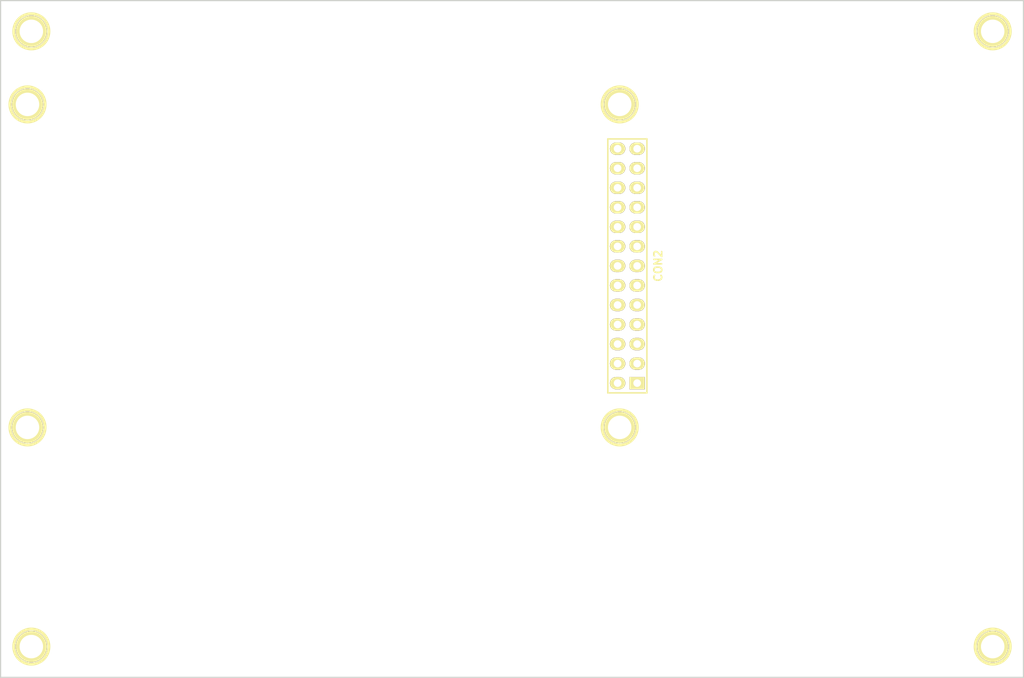
<source format=kicad_pcb>
(kicad_pcb (version 3) (host pcbnew "(2013-mar-13)-testing")

  (general
    (links 13)
    (no_connects 13)
    (area 78.1364 103.924999 165.075001 154.075001)
    (thickness 1.6)
    (drawings 4)
    (tracks 0)
    (zones 0)
    (modules 9)
    (nets 14)
  )

  (page A4)
  (layers
    (15 F.Cu signal)
    (0 B.Cu signal)
    (16 B.Adhes user)
    (17 F.Adhes user)
    (18 B.Paste user)
    (19 F.Paste user)
    (20 B.SilkS user)
    (21 F.SilkS user)
    (22 B.Mask user)
    (23 F.Mask user)
    (24 Dwgs.User user)
    (25 Cmts.User user)
    (26 Eco1.User user)
    (27 Eco2.User user)
    (28 Edge.Cuts user)
  )

  (setup
    (last_trace_width 0.254)
    (trace_clearance 0.254)
    (zone_clearance 0.508)
    (zone_45_only no)
    (trace_min 0.254)
    (segment_width 0.2)
    (edge_width 0.15)
    (via_size 0.889)
    (via_drill 0.635)
    (via_min_size 0.889)
    (via_min_drill 0.508)
    (uvia_size 0.508)
    (uvia_drill 0.127)
    (uvias_allowed no)
    (uvia_min_size 0.508)
    (uvia_min_drill 0.127)
    (pcb_text_width 0.3)
    (pcb_text_size 1.5 1.5)
    (mod_edge_width 0.15)
    (mod_text_size 1.5 1.5)
    (mod_text_width 0.15)
    (pad_size 4.064 4.064)
    (pad_drill 3.048)
    (pad_to_mask_clearance 0.2)
    (aux_axis_origin 0 0)
    (visible_elements FFFFF77F)
    (pcbplotparams
      (layerselection 3178497)
      (usegerberextensions true)
      (excludeedgelayer true)
      (linewidth 0.100000)
      (plotframeref false)
      (viasonmask false)
      (mode 1)
      (useauxorigin false)
      (hpglpennumber 1)
      (hpglpenspeed 20)
      (hpglpendiameter 15)
      (hpglpenoverlay 2)
      (psnegative false)
      (psa4output false)
      (plotreference true)
      (plotvalue true)
      (plotothertext true)
      (plotinvisibletext false)
      (padsonsilk false)
      (subtractmaskfromsilk false)
      (outputformat 1)
      (mirror false)
      (drillshape 1)
      (scaleselection 1)
      (outputdirectory ""))
  )

  (net 0 "")
  (net 1 /Alarma)
  (net 2 /GM)
  (net 3 /IC)
  (net 4 /OPT1)
  (net 5 /OPT2)
  (net 6 /OPT3)
  (net 7 /RC)
  (net 8 /SC)
  (net 9 /TC)
  (net 10 /Temp)
  (net 11 /c_Flash)
  (net 12 /vreg)
  (net 13 GND)

  (net_class Default "This is the default net class."
    (clearance 0.254)
    (trace_width 0.254)
    (via_dia 0.889)
    (via_drill 0.635)
    (uvia_dia 0.508)
    (uvia_drill 0.127)
    (add_net "")
    (add_net /Alarma)
    (add_net /GM)
    (add_net /IC)
    (add_net /OPT1)
    (add_net /OPT2)
    (add_net /OPT3)
    (add_net /RC)
    (add_net /SC)
    (add_net /TC)
    (add_net /Temp)
    (add_net /c_Flash)
    (add_net /vreg)
    (add_net GND)
  )

  (module 1pin   locked (layer F.Cu) (tedit 5218B2D3) (tstamp 52161A76)
    (at 122.5 121.5 180)
    (descr "module 1 pin (ou trou mecanique de percage)")
    (tags DEV)
    (path 1pin)
    (fp_text reference 1PIN (at 0 -3.048 180) (layer F.SilkS) hide
      (effects (font (size 1.016 1.016) (thickness 0.254)))
    )
    (fp_text value P*** (at 0 2.794 180) (layer F.SilkS) hide
      (effects (font (size 1.016 1.016) (thickness 0.254)))
    )
    (fp_circle (center 0 0) (end 0 -2.286) (layer F.SilkS) (width 0.381))
    (pad 1 thru_hole circle (at 0 0 180) (size 4.064 4.064) (drill 3.048)
      (layers *.Cu *.Mask F.SilkS)
    )
  )

  (module 1pin   locked (layer F.Cu) (tedit 5218B2CB) (tstamp 52161A59)
    (at 199.5 121.5 180)
    (descr "module 1 pin (ou trou mecanique de percage)")
    (tags DEV)
    (path 1pin)
    (fp_text reference 1PIN (at 0 -3.048 180) (layer F.SilkS) hide
      (effects (font (size 1.016 1.016) (thickness 0.254)))
    )
    (fp_text value P*** (at 0 2.794 180) (layer F.SilkS) hide
      (effects (font (size 1.016 1.016) (thickness 0.254)))
    )
    (fp_circle (center 0 0) (end 0 -2.286) (layer F.SilkS) (width 0.381))
    (pad 1 thru_hole circle (at 0 0 180) (size 4.064 4.064) (drill 3.048)
      (layers *.Cu *.Mask F.SilkS)
    )
  )

  (module pin_array_13x2   locked (layer F.Cu) (tedit 52125EA3) (tstamp 520EA641)
    (at 200.5 100.5 90)
    (descr "2 x 13 pins connector")
    (tags CONN)
    (path /520B86B5)
    (fp_text reference CON2 (at 0 4 90) (layer F.SilkS)
      (effects (font (size 1.016 1.016) (thickness 0.2032)))
    )
    (fp_text value CONN_13X2 (at 7.62 -3.81 90) (layer F.SilkS) hide
      (effects (font (size 1.016 1.016) (thickness 0.2032)))
    )
    (fp_line (start -16.51 2.54) (end 16.51 2.54) (layer F.SilkS) (width 0.2032))
    (fp_line (start 16.51 -2.54) (end -16.51 -2.54) (layer F.SilkS) (width 0.2032))
    (fp_line (start -16.51 -2.54) (end -16.51 2.54) (layer F.SilkS) (width 0.2032))
    (fp_line (start 16.51 2.54) (end 16.51 -2.54) (layer F.SilkS) (width 0.2032))
    (pad 1 thru_hole rect (at -15.24 1.27 90) (size 1.6 2) (drill 0.99)
      (layers *.Cu *.Mask F.SilkS)
      (net 13 GND)
    )
    (pad 2 thru_hole oval (at -15.24 -1.27 90) (size 1.6 2) (drill 0.99)
      (layers *.Cu *.Mask F.SilkS)
      (net 12 /vreg)
    )
    (pad 3 thru_hole oval (at -12.7 1.27 90) (size 1.6 2) (drill 0.99)
      (layers *.Cu *.Mask F.SilkS)
      (net 13 GND)
    )
    (pad 4 thru_hole oval (at -12.7 -1.27 90) (size 1.6 2) (drill 0.99)
      (layers *.Cu *.Mask F.SilkS)
      (net 12 /vreg)
    )
    (pad 5 thru_hole oval (at -10.16 1.27 90) (size 1.6 2) (drill 0.99)
      (layers *.Cu *.Mask F.SilkS)
      (net 13 GND)
    )
    (pad 6 thru_hole oval (at -10.16 -1.27 90) (size 1.6 2) (drill 0.99)
      (layers *.Cu *.Mask F.SilkS)
      (net 11 /c_Flash)
    )
    (pad 7 thru_hole oval (at -7.62 1.27 90) (size 1.6 2) (drill 0.99)
      (layers *.Cu *.Mask F.SilkS)
      (net 13 GND)
    )
    (pad 8 thru_hole oval (at -7.62 -1.27 90) (size 1.6 2) (drill 0.99)
      (layers *.Cu *.Mask F.SilkS)
      (net 2 /GM)
    )
    (pad 9 thru_hole oval (at -5.08 1.27 90) (size 1.6 2) (drill 0.99)
      (layers *.Cu *.Mask F.SilkS)
      (net 13 GND)
    )
    (pad 10 thru_hole oval (at -5.08 -1.27 90) (size 1.6 2) (drill 0.99)
      (layers *.Cu *.Mask F.SilkS)
      (net 4 /OPT1)
    )
    (pad 11 thru_hole oval (at -2.54 1.27 90) (size 1.6 2) (drill 0.99)
      (layers *.Cu *.Mask F.SilkS)
      (net 13 GND)
    )
    (pad 12 thru_hole oval (at -2.54 -1.27 90) (size 1.6 2) (drill 0.99)
      (layers *.Cu *.Mask F.SilkS)
      (net 5 /OPT2)
    )
    (pad 13 thru_hole oval (at 0 1.27 90) (size 1.6 2) (drill 0.99)
      (layers *.Cu *.Mask F.SilkS)
      (net 13 GND)
    )
    (pad 14 thru_hole oval (at 0 -1.27 90) (size 1.6 2) (drill 0.99)
      (layers *.Cu *.Mask F.SilkS)
      (net 6 /OPT3)
    )
    (pad 15 thru_hole oval (at 2.54 1.27 90) (size 1.6 2) (drill 0.99)
      (layers *.Cu *.Mask F.SilkS)
      (net 13 GND)
    )
    (pad 16 thru_hole oval (at 2.54 -1.27 90) (size 1.6 2) (drill 0.99)
      (layers *.Cu *.Mask F.SilkS)
      (net 9 /TC)
    )
    (pad 17 thru_hole oval (at 5.08 1.27 90) (size 1.6 2) (drill 0.99)
      (layers *.Cu *.Mask F.SilkS)
      (net 13 GND)
    )
    (pad 18 thru_hole oval (at 5.08 -1.27 90) (size 1.6 2) (drill 0.99)
      (layers *.Cu *.Mask F.SilkS)
      (net 1 /Alarma)
    )
    (pad 19 thru_hole oval (at 7.62 1.27 90) (size 1.6 2) (drill 0.99)
      (layers *.Cu *.Mask F.SilkS)
      (net 13 GND)
    )
    (pad 20 thru_hole oval (at 7.62 -1.27 90) (size 1.6 2) (drill 0.99)
      (layers *.Cu *.Mask F.SilkS)
      (net 10 /Temp)
    )
    (pad 21 thru_hole oval (at 10.16 1.27 90) (size 1.6 2) (drill 0.99)
      (layers *.Cu *.Mask F.SilkS)
      (net 13 GND)
    )
    (pad 22 thru_hole oval (at 10.16 -1.27 90) (size 1.6 2) (drill 0.99)
      (layers *.Cu *.Mask F.SilkS)
      (net 7 /RC)
    )
    (pad 23 thru_hole oval (at 12.7 1.27 90) (size 1.6 2) (drill 0.99)
      (layers *.Cu *.Mask F.SilkS)
      (net 13 GND)
    )
    (pad 24 thru_hole oval (at 12.7 -1.27 90) (size 1.6 2) (drill 0.99)
      (layers *.Cu *.Mask F.SilkS)
      (net 8 /SC)
    )
    (pad 25 thru_hole oval (at 15.24 1.27 90) (size 1.6 2) (drill 0.99)
      (layers *.Cu *.Mask F.SilkS)
      (net 13 GND)
    )
    (pad 26 thru_hole oval (at 15.24 -1.27 90) (size 1.6 2) (drill 0.99)
      (layers *.Cu *.Mask F.SilkS)
      (net 3 /IC)
    )
    (model pin_array/pins_array_13x2.wrl
      (at (xyz 0 0 0))
      (scale (xyz 1 1 1))
      (rotate (xyz 0 0 0))
    )
  )

  (module 1pin   locked (layer F.Cu) (tedit 5218B2C1) (tstamp 52161A50)
    (at 199.5 79.5 180)
    (descr "module 1 pin (ou trou mecanique de percage)")
    (tags DEV)
    (path 1pin)
    (fp_text reference 1PIN (at 0 -3.048 180) (layer F.SilkS) hide
      (effects (font (size 1.016 1.016) (thickness 0.254)))
    )
    (fp_text value P*** (at 0 2.794 180) (layer F.SilkS) hide
      (effects (font (size 1.016 1.016) (thickness 0.254)))
    )
    (fp_circle (center 0 0) (end 0 -2.286) (layer F.SilkS) (width 0.381))
    (pad 1 thru_hole circle (at 0 0 180) (size 4.064 4.064) (drill 3.048)
      (layers *.Cu *.Mask F.SilkS)
    )
  )

  (module 1pin   locked (layer F.Cu) (tedit 5218B2B9) (tstamp 52161A6B)
    (at 122.5 79.5 180)
    (descr "module 1 pin (ou trou mecanique de percage)")
    (tags DEV)
    (path 1pin)
    (fp_text reference 1PIN (at 0 -3.048 180) (layer F.SilkS) hide
      (effects (font (size 1.016 1.016) (thickness 0.254)))
    )
    (fp_text value P*** (at 0 2.794 180) (layer F.SilkS) hide
      (effects (font (size 1.016 1.016) (thickness 0.254)))
    )
    (fp_circle (center 0 0) (end 0 -2.286) (layer F.SilkS) (width 0.381))
    (pad 1 thru_hole circle (at 0 0 180) (size 4.064 4.064) (drill 3.048)
      (layers *.Cu *.Mask F.SilkS)
    )
  )

  (module 1pin (layer F.Cu) (tedit 5218AD2D) (tstamp 521908DA)
    (at 123 70)
    (descr "module 1 pin (ou trou mecanique de percage)")
    (tags DEV)
    (path 1pin)
    (fp_text reference 1PIN (at 0 -3.048) (layer F.SilkS) hide
      (effects (font (size 1.016 1.016) (thickness 0.254)))
    )
    (fp_text value P*** (at 0 2.794) (layer F.SilkS) hide
      (effects (font (size 1.016 1.016) (thickness 0.254)))
    )
    (fp_circle (center 0 0) (end 0 -2.286) (layer F.SilkS) (width 0.381))
    (pad 1 thru_hole circle (at 0 0) (size 4.064 4.064) (drill 3.048)
      (layers *.Cu *.Mask F.SilkS)
    )
  )

  (module 1pin (layer F.Cu) (tedit 5218B26A) (tstamp 521908FB)
    (at 248 70)
    (descr "module 1 pin (ou trou mecanique de percage)")
    (tags DEV)
    (path 1pin)
    (fp_text reference 1PIN (at 0 -3.048) (layer F.SilkS) hide
      (effects (font (size 1.016 1.016) (thickness 0.254)))
    )
    (fp_text value P*** (at 0 2.794) (layer F.SilkS) hide
      (effects (font (size 1.016 1.016) (thickness 0.254)))
    )
    (fp_circle (center 0 0) (end 0 -2.286) (layer F.SilkS) (width 0.381))
    (pad 1 thru_hole circle (at 0 0) (size 4.064 4.064) (drill 3.048)
      (layers *.Cu *.Mask F.SilkS)
    )
  )

  (module 1pin (layer F.Cu) (tedit 5218B283) (tstamp 52190911)
    (at 248 150)
    (descr "module 1 pin (ou trou mecanique de percage)")
    (tags DEV)
    (path 1pin)
    (fp_text reference 1PIN (at 0 -3.048) (layer F.SilkS) hide
      (effects (font (size 1.016 1.016) (thickness 0.254)))
    )
    (fp_text value P*** (at 0 2.794) (layer F.SilkS) hide
      (effects (font (size 1.016 1.016) (thickness 0.254)))
    )
    (fp_circle (center 0 0) (end 0 -2.286) (layer F.SilkS) (width 0.381))
    (pad 1 thru_hole circle (at 0 0) (size 4.064 4.064) (drill 3.048)
      (layers *.Cu *.Mask F.SilkS)
    )
  )

  (module 1pin (layer F.Cu) (tedit 5218B2A7) (tstamp 5219092E)
    (at 123 150)
    (descr "module 1 pin (ou trou mecanique de percage)")
    (tags DEV)
    (path 1pin)
    (fp_text reference 1PIN (at 0 -3.048) (layer F.SilkS) hide
      (effects (font (size 1.016 1.016) (thickness 0.254)))
    )
    (fp_text value P*** (at 0 2.794) (layer F.SilkS) hide
      (effects (font (size 1.016 1.016) (thickness 0.254)))
    )
    (fp_circle (center 0 0) (end 0 -2.286) (layer F.SilkS) (width 0.381))
    (pad 1 thru_hole circle (at 0 0) (size 4.064 4.064) (drill 3.048)
      (layers *.Cu *.Mask F.SilkS)
    )
  )

  (gr_line (start 119 154) (end 119 66) (angle 90) (layer Edge.Cuts) (width 0.15))
  (gr_line (start 252 66) (end 119 66) (angle 90) (layer Edge.Cuts) (width 0.15))
  (gr_line (start 252 154) (end 252 66) (angle 90) (layer Edge.Cuts) (width 0.15))
  (gr_line (start 119 154) (end 252 154) (angle 90) (layer Edge.Cuts) (width 0.15))

)

</source>
